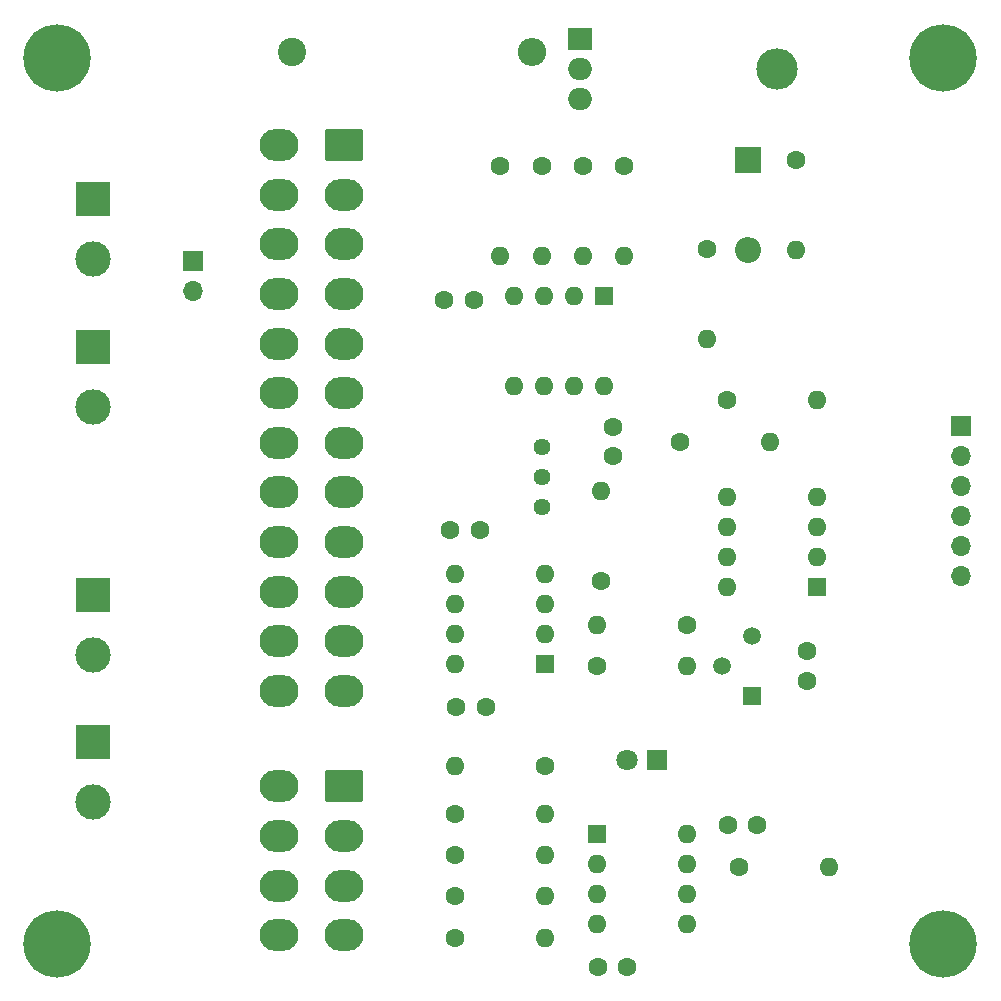
<source format=gbs>
G04 #@! TF.GenerationSoftware,KiCad,Pcbnew,9.0.5*
G04 #@! TF.CreationDate,2025-10-18T17:06:13+01:00*
G04 #@! TF.ProjectId,PowerDelivery,506f7765-7244-4656-9c69-766572792e6b,rev?*
G04 #@! TF.SameCoordinates,Original*
G04 #@! TF.FileFunction,Soldermask,Bot*
G04 #@! TF.FilePolarity,Negative*
%FSLAX46Y46*%
G04 Gerber Fmt 4.6, Leading zero omitted, Abs format (unit mm)*
G04 Created by KiCad (PCBNEW 9.0.5) date 2025-10-18 17:06:13*
%MOMM*%
%LPD*%
G01*
G04 APERTURE LIST*
G04 Aperture macros list*
%AMRoundRect*
0 Rectangle with rounded corners*
0 $1 Rounding radius*
0 $2 $3 $4 $5 $6 $7 $8 $9 X,Y pos of 4 corners*
0 Add a 4 corners polygon primitive as box body*
4,1,4,$2,$3,$4,$5,$6,$7,$8,$9,$2,$3,0*
0 Add four circle primitives for the rounded corners*
1,1,$1+$1,$2,$3*
1,1,$1+$1,$4,$5*
1,1,$1+$1,$6,$7*
1,1,$1+$1,$8,$9*
0 Add four rect primitives between the rounded corners*
20,1,$1+$1,$2,$3,$4,$5,0*
20,1,$1+$1,$4,$5,$6,$7,0*
20,1,$1+$1,$6,$7,$8,$9,0*
20,1,$1+$1,$8,$9,$2,$3,0*%
G04 Aperture macros list end*
%ADD10RoundRect,0.250001X-1.399999X1.099999X-1.399999X-1.099999X1.399999X-1.099999X1.399999X1.099999X0*%
%ADD11O,3.300000X2.700000*%
%ADD12C,1.600000*%
%ADD13O,1.600000X1.600000*%
%ADD14R,3.000000X3.000000*%
%ADD15C,3.000000*%
%ADD16R,1.600000X1.600000*%
%ADD17R,2.200000X2.200000*%
%ADD18O,2.200000X2.200000*%
%ADD19C,2.400000*%
%ADD20O,2.400000X2.400000*%
%ADD21C,1.440000*%
%ADD22R,1.500000X1.500000*%
%ADD23C,1.500000*%
%ADD24C,5.700000*%
%ADD25O,3.500000X3.500000*%
%ADD26R,2.000000X1.905000*%
%ADD27O,2.000000X1.905000*%
%ADD28R,1.800000X1.800000*%
%ADD29C,1.800000*%
%ADD30R,1.700000X1.700000*%
%ADD31O,1.700000X1.700000*%
G04 APERTURE END LIST*
D10*
X141250000Y-122700000D03*
D11*
X141250000Y-126900000D03*
X141250000Y-131100000D03*
X141250000Y-135300000D03*
X135750000Y-122700000D03*
X135750000Y-126900000D03*
X135750000Y-131100000D03*
X135750000Y-135300000D03*
D12*
X172000000Y-77190000D03*
D13*
X172000000Y-84810000D03*
D14*
X120000000Y-72960000D03*
D15*
X120000000Y-78040000D03*
D12*
X164000000Y-92250000D03*
X164000000Y-94750000D03*
D14*
X120000000Y-106460000D03*
D15*
X120000000Y-111540000D03*
D16*
X162700000Y-126700000D03*
D13*
X162700000Y-129240000D03*
X162700000Y-131780000D03*
X162700000Y-134320000D03*
X170320000Y-134320000D03*
X170320000Y-131780000D03*
X170320000Y-129240000D03*
X170320000Y-126700000D03*
D17*
X175500000Y-69690000D03*
D18*
X175500000Y-77310000D03*
D19*
X136840000Y-60500000D03*
D20*
X157160000Y-60500000D03*
D12*
X169690000Y-93500000D03*
D13*
X177310000Y-93500000D03*
D12*
X173750000Y-126000000D03*
X176250000Y-126000000D03*
X150750000Y-116000000D03*
X153250000Y-116000000D03*
X158000000Y-70190000D03*
D13*
X158000000Y-77810000D03*
D16*
X181300000Y-105800000D03*
D13*
X181300000Y-103260000D03*
X181300000Y-100720000D03*
X181300000Y-98180000D03*
X173680000Y-98180000D03*
X173680000Y-100720000D03*
X173680000Y-103260000D03*
X173680000Y-105800000D03*
D12*
X152250000Y-81500000D03*
X149750000Y-81500000D03*
D21*
X158000000Y-93960000D03*
X158000000Y-96500000D03*
X158000000Y-99040000D03*
D22*
X175770000Y-115040000D03*
D23*
X173230000Y-112500000D03*
X175770000Y-109960000D03*
D12*
X180500000Y-113750000D03*
X180500000Y-111250000D03*
X162750000Y-138000000D03*
X165250000Y-138000000D03*
X150690000Y-125000000D03*
D13*
X158310000Y-125000000D03*
D16*
X158300000Y-112300000D03*
D13*
X158300000Y-109760000D03*
X158300000Y-107220000D03*
X158300000Y-104680000D03*
X150680000Y-104680000D03*
X150680000Y-107220000D03*
X150680000Y-109760000D03*
X150680000Y-112300000D03*
D14*
X120000000Y-118960000D03*
D15*
X120000000Y-124040000D03*
D12*
X163000000Y-105310000D03*
D13*
X163000000Y-97690000D03*
D24*
X117000000Y-61000000D03*
D10*
X141250000Y-68400000D03*
D11*
X141250000Y-72600000D03*
X141250000Y-76800000D03*
X141250000Y-81000000D03*
X141250000Y-85200000D03*
X141250000Y-89400000D03*
X141250000Y-93600000D03*
X141250000Y-97800000D03*
X141250000Y-102000000D03*
X141250000Y-106200000D03*
X141250000Y-110400000D03*
X141250000Y-114600000D03*
X135750000Y-68400000D03*
X135750000Y-72600000D03*
X135750000Y-76800000D03*
X135750000Y-81000000D03*
X135750000Y-85200000D03*
X135750000Y-89400000D03*
X135750000Y-93600000D03*
X135750000Y-97800000D03*
X135750000Y-102000000D03*
X135750000Y-106200000D03*
X135750000Y-110400000D03*
X135750000Y-114600000D03*
D24*
X192000000Y-136000000D03*
D12*
X165000000Y-70190000D03*
D13*
X165000000Y-77810000D03*
D12*
X150690000Y-132000000D03*
D13*
X158310000Y-132000000D03*
D25*
X177930000Y-62000000D03*
D26*
X161270000Y-59460000D03*
D27*
X161270000Y-62000000D03*
X161270000Y-64540000D03*
D16*
X163300000Y-81200000D03*
D13*
X160760000Y-81200000D03*
X158220000Y-81200000D03*
X155680000Y-81200000D03*
X155680000Y-88820000D03*
X158220000Y-88820000D03*
X160760000Y-88820000D03*
X163300000Y-88820000D03*
D12*
X173690000Y-90000000D03*
D13*
X181310000Y-90000000D03*
D24*
X192000000Y-61000000D03*
X117000000Y-136000000D03*
D12*
X154500000Y-70190000D03*
D13*
X154500000Y-77810000D03*
D12*
X179500000Y-69690000D03*
D13*
X179500000Y-77310000D03*
D12*
X174690000Y-129500000D03*
D13*
X182310000Y-129500000D03*
D12*
X170310000Y-109000000D03*
D13*
X162690000Y-109000000D03*
D12*
X162690000Y-112500000D03*
D13*
X170310000Y-112500000D03*
D28*
X167775000Y-120500000D03*
D29*
X165235000Y-120500000D03*
D12*
X150690000Y-135500000D03*
D13*
X158310000Y-135500000D03*
D12*
X152750000Y-101000000D03*
X150250000Y-101000000D03*
X158310000Y-121000000D03*
D13*
X150690000Y-121000000D03*
D12*
X150690000Y-128500000D03*
D13*
X158310000Y-128500000D03*
D12*
X161500000Y-70190000D03*
D13*
X161500000Y-77810000D03*
D14*
X120000000Y-85460000D03*
D15*
X120000000Y-90540000D03*
D30*
X193500000Y-92150000D03*
D31*
X193500000Y-94690000D03*
X193500000Y-97230000D03*
X193500000Y-99770000D03*
X193500000Y-102310000D03*
X193500000Y-104850000D03*
D30*
X128500000Y-78225000D03*
D31*
X128500000Y-80765000D03*
M02*

</source>
